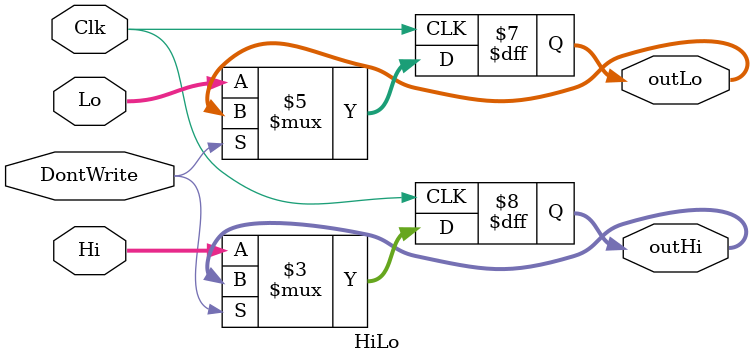
<source format=v>
`timescale 1ns / 1ps

module HiLo(Lo, Hi, Clk, outHi, outLo, DontWrite);
    input [31:0] Lo;
    input [31:0] Hi;
    input Clk, DontWrite;
    output reg [31:0] outLo;
    output reg [31:0] outHi;
   
   
    always @(posedge Clk) begin
        if(!DontWrite) begin
            outLo <= Lo;
            outHi <= Hi;
        end
    end
   
endmodule

</source>
